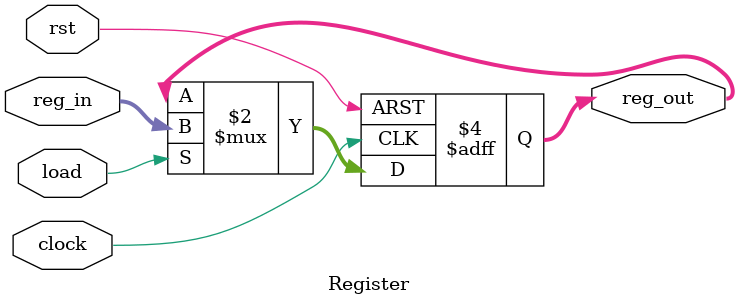
<source format=v>
module Register(clock, rst, load, reg_in, reg_out);
	input clock, rst, load;
	input[31:0] reg_in;
	output reg[31:0] reg_out;

	always@(posedge clock, posedge rst)begin
		if(rst) reg_out <= 32'd0;
		else if(load) reg_out <= reg_in;
	end

endmodule

</source>
